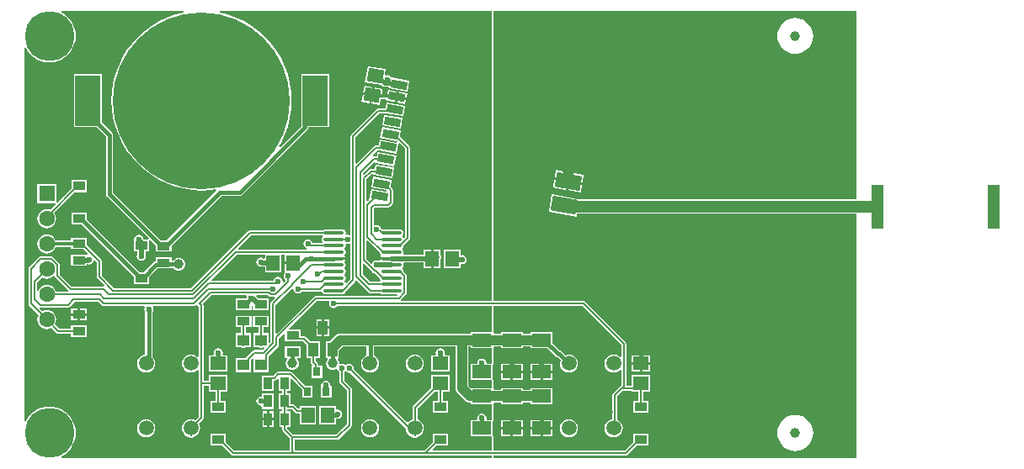
<source format=gtl>
G04*
G04 #@! TF.GenerationSoftware,Altium Limited,Altium Designer,19.0.15 (446)*
G04*
G04 Layer_Physical_Order=1*
G04 Layer_Color=255*
%FSLAX25Y25*%
%MOIN*%
G70*
G01*
G75*
%ADD15C,0.00787*%
%ADD17R,0.03347X0.05118*%
%ADD18R,0.03150X0.03543*%
%ADD19R,0.05118X0.03347*%
%ADD20R,0.06102X0.05315*%
%ADD21R,0.03937X0.05512*%
%ADD22R,0.05315X0.06102*%
%ADD23R,0.04803X0.03602*%
%ADD24R,0.07480X0.05315*%
%ADD25R,0.04921X0.04331*%
G04:AMPARAMS|DCode=26|XSize=62.99mil|YSize=31.5mil|CornerRadius=0mil|HoleSize=0mil|Usage=FLASHONLY|Rotation=350.000|XOffset=0mil|YOffset=0mil|HoleType=Round|Shape=Rectangle|*
%AMROTATEDRECTD26*
4,1,4,-0.03375,-0.01004,-0.02828,0.02098,0.03375,0.01004,0.02828,-0.02098,-0.03375,-0.01004,0.0*
%
%ADD26ROTATEDRECTD26*%

G04:AMPARAMS|DCode=27|XSize=100mil|YSize=59.06mil|CornerRadius=0mil|HoleSize=0mil|Usage=FLASHONLY|Rotation=350.000|XOffset=0mil|YOffset=0mil|HoleType=Round|Shape=Rectangle|*
%AMROTATEDRECTD27*
4,1,4,-0.05437,-0.02040,-0.04411,0.03776,0.05437,0.02040,0.04411,-0.03776,-0.05437,-0.02040,0.0*
%
%ADD27ROTATEDRECTD27*%

%ADD28R,0.05118X0.17717*%
%ADD29O,0.08268X0.01378*%
G04:AMPARAMS|DCode=30|XSize=61.02mil|YSize=53.15mil|CornerRadius=0mil|HoleSize=0mil|Usage=FLASHONLY|Rotation=350.000|XOffset=0mil|YOffset=0mil|HoleType=Round|Shape=Rectangle|*
%AMROTATEDRECTD30*
4,1,4,-0.03466,-0.02087,-0.02543,0.03147,0.03466,0.02087,0.02543,-0.03147,-0.03466,-0.02087,0.0*
%
%ADD30ROTATEDRECTD30*%

%ADD31R,0.09843X0.20079*%
%ADD53C,0.03937*%
%ADD54C,0.70079*%
%ADD55C,0.01575*%
%ADD56C,0.01181*%
%ADD57C,0.01968*%
%ADD58C,0.04724*%
%ADD59C,0.05906*%
%ADD60C,0.06299*%
%ADD61R,0.06299X0.06299*%
%ADD62C,0.03937*%
%ADD63C,0.19685*%
%ADD64C,0.02362*%
%ADD65C,0.03150*%
G36*
X140926Y112686D02*
Y77738D01*
X140587Y77400D01*
X140013Y77533D01*
X139840Y77793D01*
X139755Y77849D01*
Y78450D01*
X139840Y78507D01*
X140123Y78930D01*
X140222Y79429D01*
X140123Y79928D01*
X139840Y80352D01*
X139417Y80634D01*
X138917Y80734D01*
X132027D01*
X131990Y80726D01*
X131599Y81117D01*
X131286Y81326D01*
X131272Y81400D01*
X130880Y81986D01*
X130294Y82377D01*
X129603Y82515D01*
X128911Y82377D01*
X128807Y82307D01*
X128366Y82543D01*
Y89084D01*
X128830Y89548D01*
X134161D01*
X134545Y89624D01*
X134871Y89842D01*
X135757Y90728D01*
X135975Y91054D01*
X136051Y91438D01*
Y96289D01*
X135975Y96673D01*
X135757Y96999D01*
X135142Y97614D01*
X135616Y100302D01*
X128249Y101601D01*
X127497Y97336D01*
X133454Y96286D01*
X133569Y96094D01*
X133258Y95641D01*
X127381Y96677D01*
X126654Y92558D01*
X126072Y91976D01*
X125610Y92167D01*
Y100569D01*
X127625Y102584D01*
X127972Y102572D01*
X128365Y102260D01*
X128365Y102260D01*
X135732Y100961D01*
X136484Y105226D01*
X129117Y106525D01*
X128804Y104747D01*
X127365D01*
X126981Y104671D01*
X126656Y104453D01*
X124550Y102347D01*
X124094Y102528D01*
X124052Y102947D01*
X128522Y107418D01*
X128783Y107408D01*
X129233Y107184D01*
X129233Y107184D01*
X136600Y105886D01*
X137352Y110150D01*
X129985Y111449D01*
X129672Y109671D01*
X128352D01*
X127972Y110099D01*
X127955Y110197D01*
X129736Y111978D01*
X130843D01*
X137468Y110810D01*
X138162Y114743D01*
X138699Y114912D01*
X140926Y112686D01*
D02*
G37*
G36*
X319390Y92861D02*
X209332D01*
X198911Y94699D01*
X197681Y87720D01*
X208692Y85778D01*
X208890Y86905D01*
X319390D01*
Y-9843D01*
X175836D01*
Y-8878D01*
X228287D01*
X228671Y-8801D01*
X228997Y-8584D01*
X232679Y-4902D01*
X237244D01*
Y-118D01*
X231260D01*
Y-3482D01*
X227872Y-6870D01*
X175836D01*
Y-1280D01*
X175649Y-828D01*
X175591Y-803D01*
Y4740D01*
X175649Y4765D01*
X175836Y5217D01*
Y11319D01*
X175767Y11486D01*
X176087Y11986D01*
X178740D01*
Y11319D01*
X187402D01*
Y11986D01*
X190551D01*
Y11319D01*
X199213D01*
Y17815D01*
X190551D01*
Y17148D01*
X187402D01*
Y17815D01*
X178740D01*
Y17148D01*
X176087D01*
X175767Y17648D01*
X175836Y17815D01*
Y21004D01*
X175649Y21456D01*
X175591Y21480D01*
Y27024D01*
X175649Y27048D01*
X175836Y27500D01*
Y33602D01*
X175767Y33769D01*
X176087Y34269D01*
X178740D01*
Y33602D01*
X187402D01*
Y34269D01*
X190551D01*
Y33602D01*
X197226D01*
X200504Y30324D01*
X200960Y30019D01*
X201336Y29944D01*
X202415Y28866D01*
X202257Y28484D01*
X202135Y27559D01*
X202257Y26634D01*
X202614Y25772D01*
X203182Y25032D01*
X203922Y24464D01*
X204784Y24107D01*
X205709Y23985D01*
X206634Y24107D01*
X207496Y24464D01*
X208236Y25032D01*
X208804Y25772D01*
X209161Y26634D01*
X209282Y27559D01*
X209161Y28484D01*
X208804Y29346D01*
X208236Y30086D01*
X207496Y30654D01*
X206634Y31011D01*
X205709Y31133D01*
X204784Y31011D01*
X204402Y30853D01*
X202944Y32311D01*
X202488Y32615D01*
X202112Y32690D01*
X199213Y35589D01*
Y40098D01*
X190551D01*
Y39432D01*
X187402D01*
Y40098D01*
X178740D01*
Y39432D01*
X176087D01*
X175767Y39931D01*
X175836Y40098D01*
Y50302D01*
X211052D01*
X226359Y34995D01*
Y30306D01*
X225859Y30158D01*
X225212Y30654D01*
X224350Y31011D01*
X223425Y31133D01*
X222500Y31011D01*
X221638Y30654D01*
X220898Y30086D01*
X220330Y29346D01*
X219973Y28484D01*
X219851Y27559D01*
X219973Y26634D01*
X220330Y25772D01*
X220898Y25032D01*
X221638Y24464D01*
X222500Y24107D01*
X223425Y23985D01*
X224350Y24107D01*
X225212Y24464D01*
X225859Y24960D01*
X226359Y24812D01*
Y18933D01*
X223208Y15782D01*
X222990Y15457D01*
X222914Y15073D01*
Y5475D01*
X222500Y5421D01*
X221638Y5064D01*
X220898Y4496D01*
X220330Y3755D01*
X219973Y2894D01*
X219851Y1969D01*
X219973Y1044D01*
X220330Y182D01*
X220898Y-559D01*
X221638Y-1127D01*
X222500Y-1484D01*
X223425Y-1605D01*
X224350Y-1484D01*
X225212Y-1127D01*
X225952Y-559D01*
X226520Y182D01*
X226877Y1044D01*
X226999Y1969D01*
X226877Y2894D01*
X226520Y3755D01*
X225952Y4496D01*
X225212Y5064D01*
X224921Y5184D01*
Y14657D01*
X227075Y16811D01*
X230610D01*
Y16437D01*
X233248D01*
Y12776D01*
X231260D01*
Y7992D01*
X237244D01*
Y12776D01*
X235256D01*
Y16437D01*
X237894D01*
Y22933D01*
X230610D01*
Y18819D01*
X228366D01*
Y35410D01*
X228289Y35794D01*
X228072Y36120D01*
X212177Y52015D01*
X211852Y52232D01*
X211468Y52309D01*
X175836D01*
Y167323D01*
X319390D01*
Y92861D01*
D02*
G37*
G36*
X175197Y52309D02*
X139289D01*
X139141Y52610D01*
X139114Y52809D01*
X141300Y54995D01*
X141518Y55321D01*
X141594Y55705D01*
Y62402D01*
X141518Y62786D01*
X141300Y63111D01*
X140193Y64218D01*
X140123Y64574D01*
X139840Y64997D01*
X139755Y65054D01*
Y65655D01*
X139840Y65711D01*
X140123Y66135D01*
X140222Y66634D01*
X140132Y67087D01*
X140143Y67165D01*
X140420Y67587D01*
X148327D01*
Y65551D01*
X151075D01*
Y69193D01*
Y72835D01*
X148327D01*
Y70799D01*
X140420D01*
X140144Y71221D01*
X140132Y71299D01*
X140222Y71752D01*
X140123Y72251D01*
X139840Y72674D01*
X139755Y72731D01*
Y73332D01*
X139840Y73388D01*
X140123Y73812D01*
X140193Y74168D01*
X142639Y76613D01*
X142856Y76939D01*
X142933Y77323D01*
Y113102D01*
X142856Y113486D01*
X142639Y113811D01*
X138693Y117757D01*
X139088Y119999D01*
X131722Y121297D01*
X130970Y117033D01*
X137564Y115870D01*
X137679Y115677D01*
X137368Y115225D01*
X130854Y116373D01*
X130432Y113985D01*
X129320D01*
X128936Y113908D01*
X128610Y113691D01*
X121741Y106822D01*
X121279Y107013D01*
Y117301D01*
X130728Y126750D01*
X133448D01*
X140073Y125582D01*
X140825Y129847D01*
X133458Y131146D01*
X133037Y128757D01*
X130312D01*
X129928Y128680D01*
X129603Y128463D01*
X119566Y118426D01*
X119349Y118101D01*
X119272Y117717D01*
Y78800D01*
X118859Y78544D01*
X118772Y78545D01*
X118110Y78676D01*
X117660Y78587D01*
X117499Y78736D01*
X117306Y79019D01*
X117387Y79429D01*
X117288Y79928D01*
X117005Y80352D01*
X116582Y80634D01*
X116083Y80734D01*
X109193D01*
X108694Y80634D01*
X108392Y80433D01*
X79488D01*
X79105Y80356D01*
X78779Y80139D01*
X55982Y57342D01*
X25729D01*
X20689Y62382D01*
Y68209D01*
X20612Y68593D01*
X20395Y68918D01*
X14961Y74352D01*
Y77461D01*
X8661D01*
Y76283D01*
X2516D01*
X2283Y76847D01*
X1683Y77628D01*
X902Y78228D01*
X-8Y78605D01*
X-984Y78733D01*
X-1961Y78605D01*
X-2871Y78228D01*
X-3652Y77628D01*
X-4251Y76847D01*
X-4628Y75937D01*
X-4757Y74961D01*
X-4628Y73984D01*
X-4251Y73074D01*
X-3652Y72293D01*
X-2871Y71694D01*
X-1961Y71317D01*
X-984Y71188D01*
X-8Y71317D01*
X902Y71694D01*
X1683Y72293D01*
X2283Y73074D01*
X2614Y73874D01*
X8661D01*
Y72933D01*
X13541D01*
X15251Y71223D01*
X15036Y70732D01*
X15023Y70727D01*
X14961Y70768D01*
Y70768D01*
X8661D01*
Y66240D01*
X14961D01*
Y66898D01*
X15559D01*
X15559Y66898D01*
X15624Y66911D01*
X15748Y66887D01*
X16439Y67024D01*
X17025Y67416D01*
X17417Y68002D01*
X17475Y68293D01*
X18017Y68457D01*
X18681Y67793D01*
Y61967D01*
X18758Y61582D01*
X18975Y61257D01*
X21666Y58566D01*
X21547Y58234D01*
X21435Y58090D01*
X8782D01*
X4153Y62719D01*
Y66673D01*
X4077Y67057D01*
X3859Y67383D01*
X1438Y69804D01*
X1112Y70022D01*
X728Y70098D01*
X-3386D01*
X-3770Y70022D01*
X-4095Y69804D01*
X-7993Y65906D01*
X-8211Y65581D01*
X-8287Y65197D01*
Y51260D01*
X-8211Y50876D01*
X-7993Y50550D01*
X-4262Y46820D01*
X-4628Y45937D01*
X-4757Y44961D01*
X-4628Y43984D01*
X-4251Y43074D01*
X-3652Y42293D01*
X-2871Y41694D01*
X-1961Y41317D01*
X-984Y41188D01*
X-8Y41317D01*
X875Y41682D01*
X2912Y39645D01*
X3238Y39427D01*
X3622Y39351D01*
X8543D01*
Y38091D01*
X14842D01*
Y42618D01*
X8543D01*
Y41358D01*
X4038D01*
X2294Y43102D01*
X2660Y43984D01*
X2788Y44961D01*
X2660Y45937D01*
X2283Y46847D01*
X1683Y47628D01*
X902Y48228D01*
X-8Y48605D01*
X-984Y48733D01*
X-1961Y48605D01*
X-2843Y48239D01*
X-4001Y49397D01*
X-4000Y49400D01*
X-3755Y49858D01*
X-3583Y49823D01*
X7333D01*
X7717Y49900D01*
X8042Y50117D01*
X10071Y52146D01*
X19269D01*
X20747Y50668D01*
X21073Y50451D01*
X21457Y50374D01*
X37440D01*
X37696Y49962D01*
X37695Y49874D01*
X37564Y49213D01*
X37701Y48521D01*
X37965Y48126D01*
Y31078D01*
X37461Y31011D01*
X36599Y30654D01*
X35859Y30086D01*
X35291Y29346D01*
X34934Y28484D01*
X34812Y27559D01*
X34934Y26634D01*
X35291Y25772D01*
X35859Y25032D01*
X36599Y24464D01*
X37461Y24107D01*
X38386Y23985D01*
X39311Y24107D01*
X40173Y24464D01*
X40913Y25032D01*
X41481Y25772D01*
X41838Y26634D01*
X41960Y27559D01*
X41838Y28484D01*
X41481Y29346D01*
X40913Y30086D01*
X40775Y30192D01*
Y48126D01*
X41039Y48521D01*
X41176Y49213D01*
X41045Y49874D01*
X41044Y49962D01*
X41300Y50374D01*
X57284D01*
X57667Y50451D01*
X57993Y50668D01*
X58627Y50595D01*
X59036Y50187D01*
Y30306D01*
X58536Y30158D01*
X57889Y30654D01*
X57027Y31011D01*
X56102Y31133D01*
X55177Y31011D01*
X54315Y30654D01*
X53575Y30086D01*
X53007Y29346D01*
X52650Y28484D01*
X52529Y27559D01*
X52650Y26634D01*
X53007Y25772D01*
X53575Y25032D01*
X54315Y24464D01*
X55177Y24107D01*
X56102Y23985D01*
X57027Y24107D01*
X57889Y24464D01*
X58536Y24960D01*
X59036Y24812D01*
Y19685D01*
Y6321D01*
X57811Y5096D01*
X57027Y5421D01*
X56102Y5542D01*
X55177Y5421D01*
X54315Y5064D01*
X53575Y4496D01*
X53007Y3755D01*
X52650Y2894D01*
X52529Y1969D01*
X52650Y1044D01*
X53007Y182D01*
X53575Y-559D01*
X54315Y-1127D01*
X55177Y-1484D01*
X55260Y-1494D01*
X55393Y-1694D01*
X55718Y-1911D01*
X56102Y-1988D01*
X56486Y-1911D01*
X56812Y-1694D01*
X56945Y-1494D01*
X57027Y-1484D01*
X57889Y-1127D01*
X58630Y-559D01*
X59197Y182D01*
X59554Y1044D01*
X59676Y1969D01*
X59554Y2894D01*
X59230Y3677D01*
X60749Y5196D01*
X60966Y5522D01*
X61043Y5906D01*
Y18681D01*
X63287D01*
Y16437D01*
X65926D01*
Y12776D01*
X63937D01*
Y7992D01*
X69921D01*
Y12776D01*
X67933D01*
Y16437D01*
X70571D01*
Y22933D01*
X63287D01*
Y20689D01*
X61043D01*
Y50602D01*
X60966Y50986D01*
X60755Y51304D01*
X64156Y54705D01*
X77877D01*
X78134Y54292D01*
X78133Y54205D01*
X78002Y53543D01*
X77551Y53248D01*
X73706D01*
Y48720D01*
X80005D01*
Y50357D01*
X80505Y50625D01*
X80595Y50564D01*
Y48720D01*
X86895D01*
Y53248D01*
X82866D01*
X81909Y54205D01*
X82116Y54705D01*
X86483D01*
X86976Y54212D01*
X87302Y53994D01*
X87686Y53918D01*
X89125D01*
X89332Y53418D01*
X87873Y51959D01*
X87656Y51633D01*
X87579Y51249D01*
Y36058D01*
X87239Y35778D01*
X86796Y35968D01*
Y39567D01*
X84749D01*
Y42028D01*
X86895D01*
Y46555D01*
X80595D01*
Y42028D01*
X82741D01*
Y39567D01*
X80694D01*
Y34055D01*
X83022D01*
X83035Y34034D01*
X83361Y33817D01*
X83745Y33741D01*
X84129Y33817D01*
X84455Y34034D01*
X84468Y34055D01*
X84935D01*
X85126Y33593D01*
X84426Y32893D01*
X81102D01*
X80718Y32817D01*
X80393Y32599D01*
X78031Y30237D01*
X77813Y29912D01*
X77776Y29724D01*
X73804D01*
Y24213D01*
X79906D01*
Y29196D01*
X80237Y29460D01*
X80694Y29261D01*
Y24213D01*
X86796D01*
Y28643D01*
X86815Y28740D01*
Y30496D01*
X90670Y34350D01*
X90888Y34676D01*
X90964Y35060D01*
Y37492D01*
X92845Y39373D01*
X93307Y39182D01*
Y36516D01*
X97639D01*
X97736Y36496D01*
X100470D01*
X101969Y34998D01*
Y29724D01*
X103524D01*
Y28161D01*
X103600Y27777D01*
X103818Y27452D01*
X104178Y27092D01*
X103971Y26592D01*
X103740D01*
Y21867D01*
X108071D01*
Y26592D01*
X106527D01*
Y27165D01*
X106451Y27549D01*
X106233Y27875D01*
X105531Y28577D01*
Y29724D01*
X107087D01*
Y36417D01*
X103388D01*
X101595Y38210D01*
X101270Y38427D01*
X100886Y38504D01*
X99606D01*
Y41043D01*
X95169D01*
X94977Y41505D01*
X105939Y52467D01*
X110707D01*
X110964Y52054D01*
X110963Y51967D01*
X110831Y51305D01*
X110969Y50614D01*
X111361Y50028D01*
X111946Y49636D01*
X112638Y49499D01*
X113329Y49636D01*
X113915Y50028D01*
X114098Y50302D01*
X175197D01*
Y40098D01*
X166929D01*
Y39432D01*
X115000D01*
X114332Y39344D01*
X113709Y39086D01*
X113175Y38675D01*
X110917Y36417D01*
X109449D01*
Y34026D01*
X109427Y33858D01*
Y33071D01*
X109449Y32903D01*
Y29724D01*
X110043D01*
X110047Y29720D01*
X110257Y29224D01*
X109969Y28850D01*
X109712Y28227D01*
X109624Y27559D01*
X109712Y26891D01*
X109969Y26269D01*
X110380Y25734D01*
X110914Y25324D01*
X111537Y25066D01*
X112205Y24978D01*
X112873Y25066D01*
X113495Y25324D01*
X113570Y25381D01*
X114038Y25205D01*
X114079Y24998D01*
X114471Y24412D01*
X114744Y24229D01*
Y20472D01*
X114821Y20088D01*
X115038Y19763D01*
X117707Y17095D01*
Y3565D01*
X113570Y-571D01*
X96591D01*
X94311Y1709D01*
Y2362D01*
X95571D01*
Y8661D01*
X94311D01*
Y9381D01*
X94390Y9446D01*
X95923D01*
X97417Y7952D01*
X97743Y7734D01*
X98127Y7658D01*
X99114D01*
Y3445D01*
X105610D01*
Y10728D01*
X99114D01*
Y9665D01*
X98543D01*
X97048Y11159D01*
X96723Y11377D01*
X96339Y11453D01*
X95374D01*
Y15765D01*
X94311D01*
Y16569D01*
X95374D01*
Y21271D01*
X95836Y21462D01*
X100000Y17298D01*
Y13993D01*
X104331D01*
Y18718D01*
X101419D01*
X96165Y23971D01*
X95840Y24189D01*
X95456Y24265D01*
X90650D01*
X90266Y24189D01*
X89940Y23971D01*
X88856Y22887D01*
X87697D01*
X87600Y22868D01*
X84153D01*
Y16569D01*
X88681D01*
Y20880D01*
X89272D01*
X89656Y20957D01*
X89981Y21174D01*
X90385Y21577D01*
X90847Y21386D01*
Y16569D01*
X92304D01*
Y15765D01*
X90847D01*
Y9466D01*
X92304D01*
Y8661D01*
X91043D01*
Y2362D01*
X92304D01*
Y1294D01*
X92380Y910D01*
X92598Y584D01*
X95172Y-1991D01*
Y-6870D01*
X73309D01*
X69921Y-3482D01*
Y-118D01*
X63937D01*
Y-4902D01*
X68502D01*
X72184Y-8584D01*
X72510Y-8801D01*
X72894Y-8878D01*
X175197D01*
Y-9843D01*
X4783D01*
X4685Y-9352D01*
X4751Y-9325D01*
X6151Y-8467D01*
X7400Y-7400D01*
X8467Y-6151D01*
X9325Y-4751D01*
X9953Y-3234D01*
X10336Y-1637D01*
X10465Y0D01*
X10336Y1637D01*
X9953Y3234D01*
X9325Y4751D01*
X8467Y6151D01*
X7400Y7400D01*
X6151Y8467D01*
X4751Y9325D01*
X3234Y9953D01*
X1637Y10336D01*
X0Y10465D01*
X-1637Y10336D01*
X-3234Y9953D01*
X-4751Y9325D01*
X-6151Y8467D01*
X-7400Y7400D01*
X-8467Y6151D01*
X-9325Y4751D01*
X-9352Y4685D01*
X-9843Y4783D01*
Y152698D01*
X-9352Y152795D01*
X-9325Y152729D01*
X-8467Y151329D01*
X-7400Y150080D01*
X-6151Y149014D01*
X-4751Y148156D01*
X-3234Y147527D01*
X-1637Y147144D01*
X0Y147015D01*
X1637Y147144D01*
X3234Y147527D01*
X4751Y148156D01*
X6151Y149014D01*
X7400Y150080D01*
X8467Y151329D01*
X9325Y152729D01*
X9953Y154246D01*
X10336Y155843D01*
X10465Y157480D01*
X10336Y159117D01*
X9953Y160714D01*
X9325Y162232D01*
X8467Y163632D01*
X7400Y164880D01*
X6151Y165947D01*
X4751Y166805D01*
X4685Y166832D01*
X4783Y167323D01*
X53061D01*
X53122Y166823D01*
X49944Y166027D01*
X46647Y164847D01*
X43483Y163350D01*
X40480Y161551D01*
X37668Y159465D01*
X35074Y157114D01*
X32723Y154520D01*
X30638Y151709D01*
X28838Y148706D01*
X27341Y145541D01*
X26162Y142245D01*
X25311Y138849D01*
X24798Y135386D01*
X24626Y131890D01*
X24798Y128393D01*
X25311Y124930D01*
X26162Y121535D01*
X27341Y118238D01*
X28838Y115074D01*
X30638Y112071D01*
X32723Y109259D01*
X35074Y106665D01*
X37668Y104314D01*
X40480Y102229D01*
X43483Y100429D01*
X46647Y98932D01*
X49944Y97753D01*
X53339Y96902D01*
X56802Y96389D01*
X60299Y96217D01*
X63795Y96389D01*
X65965Y96710D01*
X66202Y96240D01*
X46438Y76476D01*
X44113D01*
X25286Y95303D01*
Y118189D01*
X25179Y118727D01*
X24875Y119182D01*
X20811Y123247D01*
Y142520D01*
X9787D01*
Y121260D01*
X18824D01*
X22477Y117607D01*
Y94721D01*
X22583Y94183D01*
X22888Y93727D01*
X39364Y77252D01*
X39156Y76752D01*
X39014Y76752D01*
X37496D01*
X37411Y76879D01*
X37195Y77095D01*
X37102Y77561D01*
X36710Y78147D01*
X36124Y78539D01*
X35433Y78676D01*
X34742Y78539D01*
X34156Y78147D01*
X33764Y77561D01*
X33627Y76870D01*
X33530Y76752D01*
X33425D01*
Y71969D01*
X34812D01*
Y70884D01*
X34749Y70789D01*
X34611Y70098D01*
X34749Y69407D01*
X35140Y68821D01*
X35726Y68429D01*
X36417Y68292D01*
X37109Y68429D01*
X37695Y68821D01*
X38086Y69407D01*
X38224Y70098D01*
X38086Y70789D01*
X38023Y70884D01*
Y71969D01*
X39409D01*
Y76352D01*
X39410Y76499D01*
X39909Y76706D01*
X42126Y74489D01*
Y71949D01*
X48425D01*
Y74489D01*
X68003Y94068D01*
X75383D01*
X75921Y94174D01*
X76377Y94479D01*
X102158Y120261D01*
X102463Y120716D01*
X102570Y121254D01*
Y121260D01*
X110811D01*
Y142520D01*
X99787D01*
Y127892D01*
X99760Y127756D01*
Y121836D01*
X91362Y113438D01*
X90965Y113748D01*
X91759Y115074D01*
X93256Y118238D01*
X94436Y121535D01*
X95286Y124930D01*
X95800Y128393D01*
X95972Y131890D01*
X95800Y135386D01*
X95286Y138849D01*
X94436Y142245D01*
X93256Y145541D01*
X91759Y148706D01*
X89960Y151709D01*
X87874Y154520D01*
X85523Y157114D01*
X82929Y159465D01*
X80118Y161551D01*
X77115Y163350D01*
X73950Y164847D01*
X70654Y166027D01*
X67475Y166823D01*
X67537Y167323D01*
X175197D01*
Y52309D01*
D02*
G37*
G36*
X108071Y78261D02*
X108270Y77793D01*
X107988Y77369D01*
X107888Y76870D01*
X107988Y76371D01*
X108270Y75948D01*
X108071Y75480D01*
X107920Y75314D01*
X104098D01*
X104031Y75652D01*
X103639Y76238D01*
X103053Y76630D01*
X102362Y76767D01*
X101671Y76630D01*
X101085Y76238D01*
X100693Y75652D01*
X100556Y74961D01*
X100693Y74269D01*
X101085Y73683D01*
X101671Y73292D01*
X101853Y73255D01*
X101804Y72755D01*
X74887D01*
X74696Y73217D01*
X79904Y78426D01*
X107920D01*
X108071Y78261D01*
D02*
G37*
G36*
X119272Y74940D02*
Y61006D01*
X117753Y59487D01*
X117178Y59620D01*
X117005Y59879D01*
X116921Y59935D01*
Y60537D01*
X117005Y60593D01*
X117288Y61016D01*
X117387Y61516D01*
X117288Y62015D01*
X117005Y62438D01*
X116921Y62495D01*
Y63096D01*
X117005Y63152D01*
X117288Y63576D01*
X117387Y64075D01*
X117288Y64574D01*
X117005Y64997D01*
X116921Y65054D01*
Y65655D01*
X117005Y65711D01*
X117288Y66135D01*
X117387Y66634D01*
X117288Y67133D01*
X117005Y67556D01*
X116921Y67613D01*
Y68214D01*
X117005Y68270D01*
X117287Y68693D01*
X112638D01*
Y69693D01*
X117287D01*
X117005Y70115D01*
X116921Y70172D01*
Y70773D01*
X117005Y70829D01*
X117288Y71253D01*
X117387Y71752D01*
X117288Y72251D01*
X117005Y72674D01*
X116921Y72731D01*
Y73332D01*
X117005Y73388D01*
X117288Y73812D01*
X117387Y74311D01*
X117306Y74721D01*
X117499Y75005D01*
X117660Y75153D01*
X118110Y75064D01*
X118772Y75195D01*
X118859Y75196D01*
X119272Y74940D01*
D02*
G37*
G36*
X93209Y68020D02*
X96457D01*
Y67020D01*
X93209D01*
Y63878D01*
X93209Y63878D01*
X93104Y63421D01*
X92819Y62994D01*
X92682Y62303D01*
X92819Y61612D01*
X93211Y61026D01*
X93485Y60843D01*
Y60346D01*
X92751Y59612D01*
X92290Y59858D01*
X92357Y60197D01*
X92220Y60888D01*
X91829Y61474D01*
X91242Y61866D01*
X90551Y62003D01*
X89860Y61866D01*
X89274Y61474D01*
X88882Y60888D01*
X88757Y60255D01*
X64336D01*
X64145Y60717D01*
X74176Y70748D01*
X85335D01*
Y69332D01*
X84835Y69181D01*
X84436Y69447D01*
X83745Y69584D01*
X83054Y69447D01*
X82468Y69055D01*
X82076Y68469D01*
X81939Y67778D01*
X82076Y67087D01*
X82468Y66501D01*
X83054Y66109D01*
X83376Y66045D01*
X83389Y66036D01*
X84003Y65914D01*
X85335D01*
Y63878D01*
X91831D01*
Y70748D01*
X93209D01*
Y68020D01*
D02*
G37*
G36*
X130751Y71609D02*
X130822Y71253D01*
X131105Y70829D01*
X131189Y70773D01*
Y70172D01*
X131105Y70115D01*
X130823Y69693D01*
X135472D01*
Y68693D01*
X130806D01*
X130801Y68662D01*
X130732Y68557D01*
X130294Y68303D01*
X129603Y68440D01*
X128911Y68303D01*
X128325Y67911D01*
X127951Y67350D01*
X127889Y67288D01*
X127416Y67177D01*
X125610Y68984D01*
Y76097D01*
X126072Y76288D01*
X130751Y71609D01*
D02*
G37*
G36*
X1744Y62272D02*
X2182Y62122D01*
X2222Y61919D01*
X2440Y61594D01*
X7569Y56464D01*
X7486Y56125D01*
X7377Y55964D01*
X2648D01*
X2283Y56847D01*
X1683Y57628D01*
X902Y58228D01*
X-8Y58605D01*
X-984Y58733D01*
X-1961Y58605D01*
X-2871Y58228D01*
X-3652Y57628D01*
X-4251Y56847D01*
X-4402Y56483D01*
X-4902Y56582D01*
Y59624D01*
X-2843Y61682D01*
X-1961Y61317D01*
X-984Y61188D01*
X-8Y61317D01*
X902Y61694D01*
X1658Y62274D01*
X1713Y62277D01*
X1744Y62272D01*
D02*
G37*
G36*
X127996Y63759D02*
X128322Y63541D01*
X128647Y63477D01*
X130751Y61373D01*
X130822Y61016D01*
X131105Y60593D01*
X130905Y60125D01*
X130755Y59960D01*
X127010D01*
X124035Y62936D01*
Y67067D01*
X124497Y67258D01*
X127996Y63759D01*
D02*
G37*
G36*
X126495Y55688D02*
X126821Y55471D01*
X127205Y55394D01*
X131226D01*
X131528Y55192D01*
X132027Y55093D01*
X137440D01*
X137703Y54593D01*
X137622Y54474D01*
X105523D01*
X105139Y54398D01*
X104814Y54180D01*
X90048Y39414D01*
X89586Y39606D01*
Y50833D01*
X96176Y57423D01*
X96637Y57177D01*
X96619Y57087D01*
X96756Y56395D01*
X97148Y55809D01*
X97734Y55418D01*
X98425Y55280D01*
X99116Y55418D01*
X99703Y55809D01*
X99885Y56083D01*
X107323D01*
X107707Y56160D01*
X108058Y55793D01*
X108270Y55475D01*
X108694Y55192D01*
X109193Y55093D01*
X116083D01*
X116582Y55192D01*
X117005Y55475D01*
X117288Y55898D01*
X117359Y56255D01*
X120985Y59881D01*
X121203Y60207D01*
X121214Y60262D01*
X121756Y60427D01*
X126495Y55688D01*
D02*
G37*
G36*
X166929Y33602D02*
X175197D01*
Y27500D01*
X173195D01*
X173066Y27657D01*
X172929Y28349D01*
X172537Y28935D01*
X171951Y29326D01*
X171260Y29464D01*
X170569Y29326D01*
X169983Y28935D01*
X169591Y28349D01*
X169454Y27657D01*
X169324Y27500D01*
X166929D01*
Y21004D01*
X175197D01*
Y17815D01*
X166938D01*
X165967Y18786D01*
Y34269D01*
X166929D01*
Y33602D01*
D02*
G37*
G36*
X160805Y17717D02*
X160893Y17049D01*
X161151Y16426D01*
X161561Y15891D01*
X164710Y12742D01*
X165245Y12332D01*
X165867Y12074D01*
X166535Y11986D01*
X166929D01*
Y11319D01*
X175197D01*
Y5217D01*
X173323D01*
X173006Y5603D01*
X173066Y5906D01*
X172929Y6597D01*
X172537Y7183D01*
X171951Y7574D01*
X171260Y7712D01*
X170569Y7574D01*
X169983Y7183D01*
X169591Y6597D01*
X169454Y5906D01*
X169514Y5603D01*
X169196Y5217D01*
X166929D01*
Y-1280D01*
X175197D01*
Y-6870D01*
X151885D01*
X151694Y-6408D01*
X153201Y-4902D01*
X157766D01*
Y-118D01*
X151781D01*
Y-3482D01*
X148393Y-6870D01*
X97266D01*
X97179Y-6784D01*
Y-2578D01*
X113986D01*
X114370Y-2502D01*
X114695Y-2284D01*
X119420Y2440D01*
X119637Y2766D01*
X119714Y3150D01*
Y17510D01*
X119637Y17894D01*
X119420Y18220D01*
X116752Y20888D01*
Y24229D01*
X116846Y24292D01*
X117433Y24313D01*
X118019Y23922D01*
X118710Y23784D01*
X119033Y23848D01*
X141141Y1740D01*
X141233Y1044D01*
X141590Y182D01*
X142158Y-559D01*
X142898Y-1127D01*
X143760Y-1484D01*
X143842Y-1494D01*
X143975Y-1694D01*
X144301Y-1911D01*
X144685Y-1988D01*
X145069Y-1911D01*
X145395Y-1694D01*
X145528Y-1494D01*
X145610Y-1484D01*
X146472Y-1127D01*
X147212Y-559D01*
X147780Y182D01*
X148137Y1044D01*
X148259Y1969D01*
X148137Y2894D01*
X147780Y3755D01*
X147212Y4496D01*
X146472Y5064D01*
X145689Y5388D01*
Y9574D01*
X152551Y16437D01*
X153770D01*
Y12776D01*
X151781D01*
Y7992D01*
X157766D01*
Y12776D01*
X155777D01*
Y16437D01*
X158415D01*
Y22933D01*
X151132D01*
Y17856D01*
X143975Y10700D01*
X143758Y10374D01*
X143682Y9990D01*
Y5388D01*
X142898Y5064D01*
X142158Y4496D01*
X141983Y4268D01*
X141484Y4236D01*
X120452Y25268D01*
X120517Y25591D01*
X120379Y26282D01*
X119988Y26868D01*
X119402Y27259D01*
X118710Y27397D01*
X118019Y27259D01*
X117612Y26988D01*
X117025Y26966D01*
X116439Y27358D01*
X115748Y27495D01*
X115269Y27400D01*
X115151Y27439D01*
X114820Y27679D01*
X114759Y27760D01*
X114698Y28227D01*
X114440Y28850D01*
X114153Y29224D01*
X114365Y29724D01*
X114567D01*
Y32767D01*
X116069Y34269D01*
X125603D01*
Y30829D01*
X125182Y30654D01*
X124441Y30086D01*
X123873Y29346D01*
X123516Y28484D01*
X123395Y27559D01*
X123516Y26634D01*
X123873Y25772D01*
X124441Y25032D01*
X125182Y24464D01*
X126043Y24107D01*
X126969Y23985D01*
X127893Y24107D01*
X128755Y24464D01*
X129496Y25032D01*
X130064Y25772D01*
X130421Y26634D01*
X130542Y27559D01*
X130421Y28484D01*
X130064Y29346D01*
X129496Y30086D01*
X128755Y30654D01*
X128413Y30796D01*
Y34269D01*
X160805D01*
Y17717D01*
D02*
G37*
%LPC*%
G36*
X295276Y164601D02*
X293886Y164464D01*
X292550Y164059D01*
X291319Y163401D01*
X290240Y162516D01*
X289355Y161436D01*
X288697Y160205D01*
X288292Y158870D01*
X288155Y157480D01*
X288292Y156091D01*
X288697Y154755D01*
X289355Y153524D01*
X290240Y152445D01*
X291319Y151559D01*
X292550Y150901D01*
X293886Y150496D01*
X295276Y150359D01*
X296665Y150496D01*
X298001Y150901D01*
X299232Y151559D01*
X300311Y152445D01*
X301196Y153524D01*
X301854Y154755D01*
X302260Y156091D01*
X302396Y157480D01*
X302260Y158870D01*
X301854Y160205D01*
X301196Y161436D01*
X300311Y162516D01*
X299232Y163401D01*
X298001Y164059D01*
X296665Y164464D01*
X295276Y164601D01*
D02*
G37*
G36*
X200613Y104353D02*
X200085Y101356D01*
X205098Y100472D01*
X205627Y103469D01*
X200613Y104353D01*
D02*
G37*
G36*
X206611Y103295D02*
X206083Y100298D01*
X211096Y99414D01*
X211625Y102411D01*
X206611Y103295D01*
D02*
G37*
G36*
X199911Y100371D02*
X199383Y97374D01*
X204396Y96490D01*
X204925Y99487D01*
X199911Y100371D01*
D02*
G37*
G36*
X205909Y99313D02*
X205381Y96316D01*
X210394Y95432D01*
X210923Y98429D01*
X205909Y99313D01*
D02*
G37*
G36*
X237894Y30807D02*
X234752D01*
Y28059D01*
X237894D01*
Y30807D01*
D02*
G37*
G36*
X233752D02*
X230610D01*
Y28059D01*
X233752D01*
Y30807D01*
D02*
G37*
G36*
X187402Y27500D02*
X183571D01*
Y24752D01*
X187402D01*
Y27500D01*
D02*
G37*
G36*
X199213D02*
X195382D01*
Y24752D01*
X199213D01*
Y27500D01*
D02*
G37*
G36*
X194382D02*
X190551D01*
Y24752D01*
X194382D01*
Y27500D01*
D02*
G37*
G36*
X182571D02*
X178740D01*
Y24752D01*
X182571D01*
Y27500D01*
D02*
G37*
G36*
X237894Y27059D02*
X234752D01*
Y24311D01*
X237894D01*
Y27059D01*
D02*
G37*
G36*
X233752D02*
X230610D01*
Y24311D01*
X233752D01*
Y27059D01*
D02*
G37*
G36*
X199213Y23752D02*
X195382D01*
Y21004D01*
X199213D01*
Y23752D01*
D02*
G37*
G36*
X194382D02*
X190551D01*
Y21004D01*
X194382D01*
Y23752D01*
D02*
G37*
G36*
X187402D02*
X183571D01*
Y21004D01*
X187402D01*
Y23752D01*
D02*
G37*
G36*
X182571D02*
X178740D01*
Y21004D01*
X182571D01*
Y23752D01*
D02*
G37*
G36*
X187402Y5217D02*
X183571D01*
Y2468D01*
X187402D01*
Y5217D01*
D02*
G37*
G36*
X199213D02*
X195382D01*
Y2468D01*
X199213D01*
Y5217D01*
D02*
G37*
G36*
X194382D02*
X190551D01*
Y2468D01*
X194382D01*
Y5217D01*
D02*
G37*
G36*
X182571D02*
X178740D01*
Y2468D01*
X182571D01*
Y5217D01*
D02*
G37*
G36*
X199213Y1469D02*
X195382D01*
Y-1280D01*
X199213D01*
Y1469D01*
D02*
G37*
G36*
X194382D02*
X190551D01*
Y-1280D01*
X194382D01*
Y1469D01*
D02*
G37*
G36*
X187402D02*
X183571D01*
Y-1280D01*
X187402D01*
Y1469D01*
D02*
G37*
G36*
X182571D02*
X178740D01*
Y-1280D01*
X182571D01*
Y1469D01*
D02*
G37*
G36*
X205709Y5542D02*
X204784Y5421D01*
X203922Y5064D01*
X203182Y4496D01*
X202614Y3755D01*
X202257Y2894D01*
X202135Y1969D01*
X202257Y1044D01*
X202614Y182D01*
X203182Y-559D01*
X203922Y-1127D01*
X204784Y-1484D01*
X205709Y-1605D01*
X206634Y-1484D01*
X207496Y-1127D01*
X208236Y-559D01*
X208804Y182D01*
X209161Y1044D01*
X209282Y1969D01*
X209161Y2894D01*
X208804Y3755D01*
X208236Y4496D01*
X207496Y5064D01*
X206634Y5421D01*
X205709Y5542D01*
D02*
G37*
G36*
X295276Y7121D02*
X293886Y6984D01*
X292550Y6579D01*
X291319Y5921D01*
X290240Y5035D01*
X289355Y3956D01*
X288697Y2725D01*
X288292Y1389D01*
X288155Y0D01*
X288292Y-1389D01*
X288697Y-2725D01*
X289355Y-3956D01*
X290240Y-5035D01*
X291319Y-5921D01*
X292550Y-6579D01*
X293886Y-6984D01*
X295276Y-7121D01*
X296665Y-6984D01*
X298001Y-6579D01*
X299232Y-5921D01*
X300311Y-5035D01*
X301196Y-3956D01*
X301854Y-2725D01*
X302260Y-1389D01*
X302396Y0D01*
X302260Y1389D01*
X301854Y2725D01*
X301196Y3956D01*
X300311Y5035D01*
X299232Y5921D01*
X298001Y6579D01*
X296665Y6984D01*
X295276Y7121D01*
D02*
G37*
G36*
X126075Y145503D02*
X124947Y139106D01*
X131638Y137926D01*
X131771Y137793D01*
X132227Y137488D01*
X132765Y137382D01*
X133858D01*
X134010Y137412D01*
X134161Y137382D01*
X134169D01*
X134490Y136998D01*
X134443Y136729D01*
X141809Y135430D01*
X142561Y139695D01*
X135462Y140946D01*
X135136Y141435D01*
X134549Y141826D01*
X133858Y141964D01*
X133336Y141860D01*
X132888Y142195D01*
X133248Y144239D01*
X126075Y145503D01*
D02*
G37*
G36*
X124708Y137749D02*
X124231Y135043D01*
X127325Y134497D01*
X127802Y137204D01*
X124708Y137749D01*
D02*
G37*
G36*
X138502Y135333D02*
X138213Y133693D01*
X141404Y133131D01*
X141693Y134771D01*
X138502Y135333D01*
D02*
G37*
G36*
X128787Y137030D02*
X128223Y133831D01*
X127659Y130633D01*
X130753Y130087D01*
X131153Y132357D01*
X132411D01*
X132411Y132357D01*
X132544Y132383D01*
X132677Y132357D01*
X133283D01*
X133604Y131974D01*
X133574Y131805D01*
X136766Y131242D01*
X137142Y133374D01*
X137517Y135507D01*
X134327Y136070D01*
X134206Y135384D01*
X133678Y135273D01*
X133529Y135497D01*
X133138Y135758D01*
X132677Y135850D01*
X132262Y135767D01*
X132060Y135886D01*
X131811Y136089D01*
X131881Y136484D01*
X128787Y137030D01*
D02*
G37*
G36*
X124057Y134058D02*
X123580Y131352D01*
X126674Y130806D01*
X127151Y133512D01*
X124057Y134058D01*
D02*
G37*
G36*
X138040Y132708D02*
X137750Y131068D01*
X140941Y130506D01*
X141230Y132146D01*
X138040Y132708D01*
D02*
G37*
G36*
X132590Y126222D02*
X131838Y121957D01*
X139205Y120658D01*
X139957Y124923D01*
X132590Y126222D01*
D02*
G37*
G36*
X14803Y100285D02*
X8819D01*
Y96921D01*
X3256Y91358D01*
X2756Y91565D01*
Y98701D01*
X-4724D01*
Y91220D01*
X2411D01*
X2618Y90720D01*
X353Y88455D01*
X-8Y88604D01*
X-984Y88733D01*
X-1961Y88604D01*
X-2871Y88228D01*
X-3652Y87628D01*
X-4251Y86847D01*
X-4628Y85937D01*
X-4757Y84961D01*
X-4628Y83984D01*
X-4251Y83074D01*
X-3652Y82293D01*
X-2871Y81694D01*
X-1961Y81317D01*
X-984Y81188D01*
X-8Y81317D01*
X902Y81694D01*
X1683Y82293D01*
X2283Y83074D01*
X2660Y83984D01*
X2788Y84961D01*
X2660Y85937D01*
X2283Y86847D01*
X1979Y87243D01*
X10238Y95502D01*
X14803D01*
Y100285D01*
D02*
G37*
G36*
X162697Y72835D02*
X156201D01*
Y65551D01*
X162697D01*
Y66694D01*
X163083Y67012D01*
X163386Y66952D01*
X164077Y67089D01*
X164663Y67481D01*
X165055Y68067D01*
X165192Y68758D01*
X165055Y69449D01*
X164663Y70035D01*
X164077Y70427D01*
X163386Y70564D01*
X163083Y70504D01*
X162697Y70821D01*
Y72835D01*
D02*
G37*
G36*
X154823D02*
X152075D01*
Y69193D01*
Y65551D01*
X154823D01*
Y68962D01*
X155027Y69267D01*
X155149Y69882D01*
X155027Y70496D01*
X154823Y70802D01*
Y72835D01*
D02*
G37*
G36*
X14803Y87392D02*
X8819D01*
Y82608D01*
X12816D01*
X33425Y61999D01*
Y59075D01*
X39409D01*
Y61871D01*
X42767Y65229D01*
X44390D01*
X44526Y65256D01*
X48425D01*
Y65524D01*
X49034D01*
X49356Y65104D01*
X49891Y64694D01*
X50513Y64436D01*
X51181Y64348D01*
X51849Y64436D01*
X52472Y64694D01*
X53006Y65104D01*
X53416Y65639D01*
X53674Y66261D01*
X53762Y66929D01*
X53674Y67597D01*
X53416Y68220D01*
X53006Y68754D01*
X52472Y69164D01*
X51849Y69422D01*
X51181Y69510D01*
X50513Y69422D01*
X49891Y69164D01*
X49356Y68754D01*
X49034Y68334D01*
X48425D01*
Y69784D01*
X42126D01*
Y68027D01*
X41647Y67932D01*
X41192Y67627D01*
X37423Y63858D01*
X35540D01*
X14803Y84595D01*
Y87392D01*
D02*
G37*
G36*
X14842Y49311D02*
X12193D01*
Y47547D01*
X14842D01*
Y49311D01*
D02*
G37*
G36*
X11193D02*
X8543D01*
Y47547D01*
X11193D01*
Y49311D01*
D02*
G37*
G36*
X14842Y46547D02*
X12193D01*
Y44783D01*
X14842D01*
Y46547D01*
D02*
G37*
G36*
X11193D02*
X8543D01*
Y44783D01*
X11193D01*
Y46547D01*
D02*
G37*
G36*
X110827Y45079D02*
X108768D01*
Y42232D01*
X110827D01*
Y45079D01*
D02*
G37*
G36*
X107768D02*
X105709D01*
Y42232D01*
X107768D01*
Y45079D01*
D02*
G37*
G36*
X110827Y41232D02*
X108768D01*
Y38386D01*
X110827D01*
Y41232D01*
D02*
G37*
G36*
X107768D02*
X105709D01*
Y38386D01*
X107768D01*
Y41232D01*
D02*
G37*
G36*
X80005Y46555D02*
X73706D01*
Y42028D01*
X75852D01*
Y39567D01*
X73804D01*
Y34055D01*
X76132D01*
X76146Y34034D01*
X76471Y33817D01*
X76855Y33741D01*
X77239Y33817D01*
X77565Y34034D01*
X77579Y34055D01*
X79906D01*
Y39567D01*
X77859D01*
Y42028D01*
X80005D01*
Y46555D01*
D02*
G37*
G36*
X99606Y34350D02*
X93307D01*
Y29823D01*
X94101D01*
X94246Y29568D01*
X94303Y29323D01*
X93940Y28850D01*
X93682Y28227D01*
X93594Y27559D01*
X93682Y26891D01*
X93940Y26269D01*
X94350Y25734D01*
X94885Y25324D01*
X95508Y25066D01*
X96176Y24978D01*
X96844Y25066D01*
X97466Y25324D01*
X98001Y25734D01*
X98411Y26269D01*
X98669Y26891D01*
X98757Y27559D01*
X98669Y28227D01*
X98411Y28850D01*
X98048Y29323D01*
X98105Y29568D01*
X98250Y29823D01*
X99606D01*
Y34350D01*
D02*
G37*
G36*
X66929Y33612D02*
X66238Y33474D01*
X65652Y33083D01*
X65260Y32497D01*
X65123Y31806D01*
X65222Y31307D01*
X64910Y30807D01*
X63287D01*
Y24311D01*
X70571D01*
Y30807D01*
X68948D01*
X68636Y31307D01*
X68735Y31806D01*
X68598Y32497D01*
X68206Y33083D01*
X67620Y33474D01*
X66929Y33612D01*
D02*
G37*
G36*
X109449Y20704D02*
X108758Y20567D01*
X108171Y20175D01*
X107780Y19589D01*
X107642Y18898D01*
X107495Y18718D01*
X107480D01*
Y13993D01*
X111811D01*
Y18718D01*
X111403D01*
X111255Y18898D01*
X111118Y19589D01*
X110726Y20175D01*
X110140Y20567D01*
X109449Y20704D01*
D02*
G37*
G36*
X88681Y15765D02*
X84153D01*
Y14712D01*
X83799Y14422D01*
X83108Y14284D01*
X82522Y13892D01*
X82130Y13306D01*
X81993Y12615D01*
X82130Y11924D01*
X82522Y11338D01*
X83108Y10946D01*
X83799Y10809D01*
X84153Y10518D01*
Y9466D01*
X88681D01*
Y15765D01*
D02*
G37*
G36*
X88878Y8661D02*
X87114D01*
Y6012D01*
X88878D01*
Y8661D01*
D02*
G37*
G36*
X86114D02*
X84350D01*
Y6012D01*
X86114D01*
Y8661D01*
D02*
G37*
G36*
X113484Y10728D02*
X106988D01*
Y3445D01*
X113484D01*
Y5682D01*
X113779D01*
X113957Y5717D01*
X114173Y5674D01*
X114865Y5812D01*
X115451Y6203D01*
X115842Y6789D01*
X115980Y7480D01*
X115842Y8172D01*
X115451Y8758D01*
X114865Y9149D01*
X114173Y9287D01*
X113871Y9227D01*
X113484Y9544D01*
Y10728D01*
D02*
G37*
G36*
X88878Y5012D02*
X87114D01*
Y2362D01*
X88878D01*
Y5012D01*
D02*
G37*
G36*
X86114D02*
X84350D01*
Y2362D01*
X86114D01*
Y5012D01*
D02*
G37*
G36*
X38386Y5542D02*
X37461Y5421D01*
X36599Y5064D01*
X35859Y4496D01*
X35291Y3755D01*
X34934Y2894D01*
X34812Y1969D01*
X34934Y1044D01*
X35291Y182D01*
X35859Y-559D01*
X36599Y-1127D01*
X37461Y-1484D01*
X38386Y-1605D01*
X39311Y-1484D01*
X40173Y-1127D01*
X40913Y-559D01*
X41481Y182D01*
X41838Y1044D01*
X41960Y1969D01*
X41838Y2894D01*
X41481Y3755D01*
X40913Y4496D01*
X40173Y5064D01*
X39311Y5421D01*
X38386Y5542D01*
D02*
G37*
G36*
X154774Y33612D02*
X154082Y33474D01*
X153496Y33083D01*
X153105Y32497D01*
X152967Y31806D01*
X153066Y31307D01*
X152754Y30807D01*
X151132D01*
Y24311D01*
X158415D01*
Y30807D01*
X156793D01*
X156481Y31307D01*
X156580Y31806D01*
X156442Y32497D01*
X156051Y33083D01*
X155465Y33474D01*
X154774Y33612D01*
D02*
G37*
G36*
X144685Y31133D02*
X143760Y31011D01*
X142898Y30654D01*
X142158Y30086D01*
X141590Y29346D01*
X141233Y28484D01*
X141111Y27559D01*
X141233Y26634D01*
X141590Y25772D01*
X142158Y25032D01*
X142898Y24464D01*
X143760Y24107D01*
X144685Y23985D01*
X145610Y24107D01*
X146472Y24464D01*
X147212Y25032D01*
X147780Y25772D01*
X148137Y26634D01*
X148259Y27559D01*
X148137Y28484D01*
X147780Y29346D01*
X147212Y30086D01*
X146472Y30654D01*
X145610Y31011D01*
X144685Y31133D01*
D02*
G37*
G36*
X126969Y5542D02*
X126043Y5421D01*
X125182Y5064D01*
X124441Y4496D01*
X123873Y3755D01*
X123516Y2894D01*
X123395Y1969D01*
X123516Y1044D01*
X123873Y182D01*
X124441Y-559D01*
X125182Y-1127D01*
X126043Y-1484D01*
X126969Y-1605D01*
X127893Y-1484D01*
X128755Y-1127D01*
X129496Y-559D01*
X130064Y182D01*
X130421Y1044D01*
X130542Y1969D01*
X130421Y2894D01*
X130064Y3755D01*
X129496Y4496D01*
X128755Y5064D01*
X127893Y5421D01*
X126969Y5542D01*
D02*
G37*
%LPD*%
D15*
X130312Y127753D02*
X136155D01*
X120276Y117717D02*
X130312Y127753D01*
X136155D02*
X136766Y128364D01*
X104528Y28161D02*
Y33071D01*
Y28161D02*
X105523Y27165D01*
Y24611D02*
Y27165D01*
Y24611D02*
X105905Y24229D01*
X93307Y12615D02*
Y19522D01*
Y5512D02*
Y11532D01*
X94390Y10450D01*
X93110Y11729D02*
X93307Y11532D01*
X96339Y10450D02*
X98127Y8661D01*
X94390Y10450D02*
X96339D01*
X93110Y11729D02*
Y12615D01*
X98127Y8661D02*
X100787D01*
X102362Y7087D01*
X90650Y23262D02*
X95456D01*
X89272Y21884D02*
X90650Y23262D01*
X87697Y21884D02*
X89272D01*
X86417Y20604D02*
X87697Y21884D01*
X86417Y19718D02*
Y20604D01*
X95456Y23262D02*
X101207Y17510D01*
X101575D01*
X102165Y16920D01*
Y16355D02*
Y16920D01*
X93110Y19718D02*
X93307Y19522D01*
X96176Y-7199D02*
X96850Y-7874D01*
X148809D01*
X72894D02*
X96850D01*
X96176Y-7199D02*
Y-1575D01*
X93307Y1294D02*
X96176Y-1575D01*
X93307Y1294D02*
Y5512D01*
X96176Y-1575D02*
X113986D01*
X226659Y17815D02*
X227362Y18518D01*
Y35410D01*
X211468Y51305D02*
X227362Y35410D01*
X60039Y19685D02*
X66929D01*
X60039D02*
Y50602D01*
Y5906D02*
Y19685D01*
X56102Y-984D02*
Y1969D01*
X59337Y51305D02*
X60039Y50602D01*
X56102Y1969D02*
X60039Y5906D01*
X57284Y51378D02*
X62992Y57087D01*
X21457Y51378D02*
X57284D01*
X57303Y53347D02*
X63209Y59252D01*
X21654Y53347D02*
X57303D01*
X56969Y54961D02*
X73760Y71752D01*
X23622Y54961D02*
X56969D01*
X56398Y56339D02*
X79488Y79429D01*
X25313Y56339D02*
X56398D01*
X63209Y59252D02*
X89606D01*
X62992Y57087D02*
X88583D01*
X73760Y71752D02*
X112638D01*
X79488Y79429D02*
X112638D01*
X223917Y-492D02*
Y15073D01*
X19685Y53150D02*
X21457Y51378D01*
X89961Y37908D02*
X105523Y53470D01*
X138356D01*
X89961Y35060D02*
Y37908D01*
X125984Y77795D02*
Y90469D01*
Y77795D02*
X132028Y71752D01*
X135472D01*
X102788Y74961D02*
X103438Y74311D01*
X102362Y74961D02*
X102788D01*
X103438Y74311D02*
X112638D01*
X103768Y69193D02*
X104331D01*
X130889Y80407D02*
X131868Y79429D01*
X135472D01*
X124606Y68568D02*
Y100984D01*
Y68568D02*
X128706Y64468D01*
X129075D01*
X132028Y61516D01*
X135472D01*
X120276Y60590D02*
Y117717D01*
X116083Y56398D02*
X120276Y60590D01*
X121653Y61949D02*
Y105315D01*
X129320Y112981D01*
X121653Y61949D02*
X127205Y56398D01*
X123031Y62520D02*
Y103347D01*
X128352Y108667D01*
X123031Y62520D02*
X126595Y58957D01*
X124606Y100984D02*
X127365Y103743D01*
X112638Y76870D02*
X118110D01*
X127362Y78918D02*
X129411Y76870D01*
X127362Y78918D02*
Y89499D01*
X129411Y76870D02*
X135472D01*
X115748Y20472D02*
Y25689D01*
Y20472D02*
X118710Y17510D01*
Y3150D02*
Y17510D01*
X113986Y-1575D02*
X118710Y3150D01*
X148809Y-7874D02*
X228287D01*
X148809D02*
X154173Y-2510D01*
X154774D01*
X228287Y-7874D02*
X233652Y-2510D01*
X234252D01*
X67529D02*
X72894Y-7874D01*
X66929Y-2510D02*
X67529D01*
X66929Y10384D02*
Y19685D01*
X154774Y10384D02*
Y19685D01*
X144685Y-384D02*
Y9990D01*
Y-984D02*
Y-384D01*
Y9990D02*
X154380Y19685D01*
X234055Y19488D02*
X234252Y19291D01*
X234055Y19488D02*
X234252Y19685D01*
X232382Y17815D02*
X234055Y19488D01*
X226659Y17815D02*
X232382D01*
X234252Y10384D02*
Y19291D01*
X223917Y15073D02*
X226659Y17815D01*
X112638Y51305D02*
X211468D01*
X140591Y55705D02*
Y62402D01*
X138917Y64075D02*
X140591Y62402D01*
X135472Y64075D02*
X138917D01*
X118710Y25591D02*
X144685Y-384D01*
X138356Y53470D02*
X140591Y55705D01*
X104528Y33071D02*
Y33858D01*
X100886Y37500D02*
X104528Y33858D01*
X97736Y37500D02*
X100886D01*
X96457Y38780D02*
X97736Y37500D01*
X93110Y12615D02*
X93110Y12615D01*
X87686Y54921D02*
X89480D01*
X94488Y59930D01*
Y62303D01*
X59337Y51305D02*
X63740Y55709D01*
X11693Y75079D02*
X12815D01*
X89606Y59252D02*
X90551Y60197D01*
X86898Y55709D02*
X87686Y54921D01*
X63740Y55709D02*
X86898D01*
X88583Y51249D02*
X96176Y58842D01*
Y59041D01*
X88583Y35631D02*
Y51249D01*
X103768Y66634D02*
X112638D01*
X96176Y59041D02*
X103768Y66634D01*
X100394Y60197D02*
X107867D01*
X85812Y30911D02*
X89961Y35060D01*
X85812Y28740D02*
Y30911D01*
X84040Y26969D02*
X85812Y28740D01*
X83745Y26969D02*
X84040D01*
X78740Y28740D02*
Y29528D01*
X76968Y26969D02*
X78740Y28740D01*
X76855Y26969D02*
X76968D01*
X78740Y29528D02*
X81102Y31890D01*
X84842D01*
X88583Y35631D01*
X15299Y131890D02*
Y137835D01*
X3622Y40354D02*
X11693D01*
X-984Y44961D02*
X3622Y40354D01*
X-984Y84961D02*
Y85699D01*
X11211Y97894D01*
X11811D01*
X21496Y57087D02*
X23622Y54961D01*
X19685Y61967D02*
X25313Y56339D01*
X19685Y61967D02*
Y68209D01*
X12815Y75079D02*
X19685Y68209D01*
X-7283Y51260D02*
Y65197D01*
Y51260D02*
X-984Y44961D01*
X-7283Y65197D02*
X-3386Y69095D01*
X728D01*
X3150Y66673D01*
Y62303D02*
Y66673D01*
Y62303D02*
X8366Y57087D01*
X21496D01*
X107867Y60197D02*
X109186Y61516D01*
X112638D01*
X98425Y57087D02*
X107323D01*
X109193Y58957D01*
X-5906Y53150D02*
Y60039D01*
X-984Y64961D01*
X-5906Y53150D02*
X-3583Y50827D01*
X7333D01*
X9656Y53150D01*
X19685D01*
X109193Y58957D02*
X112638D01*
X20039Y54961D02*
X21654Y53347D01*
X-984Y54961D02*
X20039D01*
X106299Y62992D02*
X106725D01*
X107695Y63962D01*
X112525D01*
X112638Y64075D01*
X83745Y34744D02*
Y44291D01*
X76855Y34744D02*
Y44291D01*
X112638Y56398D02*
X116083D01*
X135472Y74311D02*
X138917D01*
X141929Y77323D01*
Y113102D01*
X136515Y118516D02*
X141929Y113102D01*
X135029Y118516D02*
X136515D01*
X127205Y56398D02*
X135472D01*
X129320Y112981D02*
X133551D01*
X134161Y113592D01*
X128352Y108667D02*
X133293D01*
X126595Y58957D02*
X135472D01*
X127365Y103743D02*
X132424D01*
X127362Y89499D02*
X128414Y90551D01*
X134161D01*
X135047Y91438D01*
Y96289D01*
X132517Y98819D02*
X135047Y96289D01*
X131556Y98819D02*
X132517D01*
X125984Y90469D02*
X129411Y93895D01*
X130688D01*
D17*
X86417Y19718D02*
D03*
X93110D02*
D03*
X93307Y5512D02*
D03*
X86614D02*
D03*
X86417Y12615D02*
D03*
X93110D02*
D03*
D18*
X102165Y16355D02*
D03*
X109646D02*
D03*
X105905Y24229D02*
D03*
D19*
X96457Y38780D02*
D03*
Y32087D02*
D03*
X11693Y40354D02*
D03*
Y47047D02*
D03*
X11811Y75197D02*
D03*
Y68504D02*
D03*
X45276Y67520D02*
D03*
Y74213D02*
D03*
X83745Y50984D02*
D03*
Y44291D02*
D03*
X76855D02*
D03*
Y50984D02*
D03*
D20*
X234252Y27559D02*
D03*
Y19685D02*
D03*
X154774Y27559D02*
D03*
Y19685D02*
D03*
X66929Y27559D02*
D03*
Y19685D02*
D03*
D21*
X104528Y33071D02*
D03*
X112008D02*
D03*
X108268Y41732D02*
D03*
D22*
X110236Y7087D02*
D03*
X102362D02*
D03*
X159449Y69193D02*
D03*
X151575D02*
D03*
X88583Y67520D02*
D03*
X96457D02*
D03*
D23*
X66929Y10384D02*
D03*
Y-2510D02*
D03*
X154774Y10384D02*
D03*
Y-2510D02*
D03*
X234252Y10384D02*
D03*
Y-2510D02*
D03*
X11811Y97894D02*
D03*
Y85000D02*
D03*
X36417Y61466D02*
D03*
Y74360D02*
D03*
D24*
X171260Y1969D02*
D03*
Y14567D02*
D03*
Y24252D02*
D03*
Y36850D02*
D03*
X194882Y24252D02*
D03*
Y36850D02*
D03*
X183071Y24252D02*
D03*
Y36850D02*
D03*
X194882Y1969D02*
D03*
Y14567D02*
D03*
X183071Y1969D02*
D03*
Y14567D02*
D03*
D25*
X83745Y36811D02*
D03*
Y26969D02*
D03*
X76855Y36811D02*
D03*
Y26969D02*
D03*
D26*
X138502Y138212D02*
D03*
X137634Y133288D02*
D03*
X136766Y128364D02*
D03*
X135897Y123440D02*
D03*
X135029Y118516D02*
D03*
X134161Y113592D02*
D03*
X133293Y108667D02*
D03*
X132424Y103743D02*
D03*
X131556Y98819D02*
D03*
X130688Y93895D02*
D03*
D27*
X203801Y90238D02*
D03*
X205504Y99892D02*
D03*
D28*
X327756Y89686D02*
D03*
X373819D02*
D03*
D29*
X112638Y79429D02*
D03*
Y76870D02*
D03*
Y74311D02*
D03*
Y71752D02*
D03*
Y69193D02*
D03*
Y66634D02*
D03*
Y64075D02*
D03*
Y61516D02*
D03*
Y58957D02*
D03*
Y56398D02*
D03*
X135472Y79429D02*
D03*
Y76870D02*
D03*
Y74311D02*
D03*
Y71752D02*
D03*
Y69193D02*
D03*
Y66634D02*
D03*
Y64075D02*
D03*
Y61516D02*
D03*
Y58957D02*
D03*
Y56398D02*
D03*
D30*
X129098Y141673D02*
D03*
X127730Y133918D02*
D03*
D31*
X15299Y131890D02*
D03*
X105299D02*
D03*
D53*
X205504Y102559D02*
G03*
X203740Y106816I-6021J0D01*
G01*
X127008Y36850D02*
X163386D01*
X115000D02*
X127008D01*
X163386Y17717D02*
Y36850D01*
X171260Y14567D02*
X183071D01*
X166535D02*
X171260D01*
X163386Y17717D02*
X166535Y14567D01*
X183071D02*
X194882D01*
X163386Y36850D02*
X171260D01*
X183071D02*
X194882D01*
X171260D02*
X183071D01*
X112008Y33071D02*
Y33858D01*
X115000Y36850D01*
X205504Y99892D02*
Y102559D01*
Y99444D02*
Y99892D01*
X201772Y106816D02*
X203740D01*
D54*
X60299Y131890D02*
D03*
D55*
X134161Y138786D02*
X137927D01*
X132765D02*
X133858D01*
X129879Y141673D02*
X132765Y138786D01*
X134009Y138938D02*
X134161Y138786D01*
X134009Y138938D02*
Y140007D01*
X133858Y140157D02*
X134009Y140007D01*
X137927Y138786D02*
X138502Y138212D01*
X129098Y141673D02*
X129879D01*
X38386Y28740D02*
X38395D01*
X39370Y29724D02*
Y49213D01*
X39215Y29569D02*
X39370Y29724D01*
X39215Y29560D02*
Y29569D01*
X38395Y28740D02*
X39215Y29560D01*
X109449Y18898D02*
X109646Y18701D01*
Y16355D02*
Y18701D01*
X195965Y36850D02*
X201498Y31317D01*
X201950D01*
X194882Y36850D02*
X195965D01*
X201950Y31317D02*
X205709Y27559D01*
X35817Y61466D02*
X36417D01*
X34803Y62480D02*
X35817Y61466D01*
X34803Y62480D02*
Y62608D01*
X12411Y85000D02*
X34803Y62608D01*
X11811Y85000D02*
X12411D01*
X127008Y30551D02*
Y36850D01*
X98127Y65849D02*
X101471Y69193D01*
X104331D02*
X112638D01*
X101471D02*
X103768D01*
X154380Y19685D02*
X154774D01*
X101165Y127756D02*
X105299Y131890D01*
X101165Y121254D02*
Y127756D01*
X75383Y95472D02*
X101165Y121254D01*
X67421Y95472D02*
X75383D01*
X46161Y74213D02*
X67421Y95472D01*
X45276Y74213D02*
X46161D01*
X35433Y76870D02*
X36417Y75886D01*
Y74360D02*
Y75886D01*
X79657Y53286D02*
X79808Y53437D01*
X79657Y52900D02*
Y53286D01*
X77741Y50984D02*
X79657Y52900D01*
X76855Y50984D02*
X77741D01*
X66929Y27559D02*
Y31806D01*
X234252Y27559D02*
Y31890D01*
X194882Y1969D02*
Y5906D01*
X183071Y1969D02*
Y5906D01*
X171260Y1969D02*
Y5906D01*
Y1969D02*
X171260Y1969D01*
X171260Y24252D02*
Y27657D01*
Y24252D02*
X171260Y24252D01*
X183071D02*
Y27657D01*
X194882Y24252D02*
Y27657D01*
X154774Y27559D02*
Y31806D01*
X83799Y12615D02*
X86417D01*
X113779Y7087D02*
X114173Y7480D01*
X110236Y7087D02*
X113779D01*
X96176Y31806D02*
X96457Y32087D01*
X96176Y27559D02*
Y31806D01*
X112106Y27657D02*
X112205Y27559D01*
X112106Y27657D02*
Y32972D01*
X112008Y33071D02*
X112106Y32972D01*
X45276Y67520D02*
X45866Y66929D01*
X51181D01*
X44390Y66634D02*
X45276Y67520D01*
X42185Y66634D02*
X44390D01*
X37018Y61466D02*
X42185Y66634D01*
X36417Y61466D02*
X37018D01*
X23881Y94721D02*
X44390Y74213D01*
X23881Y94721D02*
Y118189D01*
X44390Y74213D02*
X45276D01*
X15299Y126772D02*
X23881Y118189D01*
X15299Y126772D02*
Y131890D01*
D56*
X132677Y133561D02*
X136734D01*
X128087D02*
X132411D01*
X132451Y133601D01*
Y134420D01*
X132677Y134646D01*
X136734Y133561D02*
X137008Y133288D01*
X127730Y133918D02*
X128087Y133561D01*
X-866Y75079D02*
X11693D01*
X-984Y74961D02*
X-866Y75079D01*
D57*
X60299Y131890D02*
Y132047D01*
X59039D02*
X60299D01*
X159884Y68758D02*
X163386D01*
X159449Y69193D02*
X159884Y68758D01*
X129603Y66634D02*
X135472D01*
X80375Y53468D02*
X82859Y50984D01*
X83745D01*
Y67778D02*
X84003Y67520D01*
X88583D01*
X36417Y70098D02*
Y74360D01*
X15559Y68504D02*
X15748Y68693D01*
X11811Y68504D02*
X15559D01*
X152854Y69193D02*
X153543Y69882D01*
X135472Y69193D02*
X152854D01*
D58*
X327953Y88386D02*
Y89489D01*
X327756Y89686D02*
X327953Y89489D01*
X204157Y89883D02*
X327756D01*
X203801Y90238D02*
X204157Y89883D01*
D59*
X56102Y27559D02*
D03*
X38386D02*
D03*
X56102Y1969D02*
D03*
X38386D02*
D03*
X144685Y27559D02*
D03*
X126969D02*
D03*
X144685Y1969D02*
D03*
X126969D02*
D03*
X223425Y27559D02*
D03*
X205709D02*
D03*
X223425Y1969D02*
D03*
X205709D02*
D03*
D60*
X-984Y54961D02*
D03*
Y64961D02*
D03*
X-984Y74961D02*
D03*
X-984Y84961D02*
D03*
X-984Y44961D02*
D03*
D61*
X-984Y94961D02*
D03*
D62*
X295276Y157480D02*
D03*
Y0D02*
D03*
X96176Y27559D02*
D03*
X112205D02*
D03*
X51181Y66929D02*
D03*
D63*
X0Y157480D02*
D03*
Y0D02*
D03*
D64*
X133858Y140157D02*
D03*
X132677Y134646D02*
D03*
X109449Y18898D02*
D03*
X39370Y49213D02*
D03*
X104527Y82677D02*
D03*
X103768Y69193D02*
D03*
X129603Y80709D02*
D03*
X118110Y76870D02*
D03*
X115748Y25689D02*
D03*
X35433Y76870D02*
D03*
X66929Y31806D02*
D03*
X234252Y31890D02*
D03*
X194882Y5906D02*
D03*
X183071D02*
D03*
X171260D02*
D03*
Y27657D02*
D03*
X183071D02*
D03*
X194882D02*
D03*
X154774Y31806D02*
D03*
X83799Y12615D02*
D03*
X114173Y7480D02*
D03*
X118710Y25591D02*
D03*
X112638Y51305D02*
D03*
X94488Y62303D02*
D03*
X90551Y60197D02*
D03*
X100394D02*
D03*
X88583Y57087D02*
D03*
X102362Y74961D02*
D03*
X59039Y132047D02*
D03*
X198874Y99806D02*
D03*
X205011Y106816D02*
D03*
Y110123D02*
D03*
X201772Y106816D02*
D03*
X198874Y102953D02*
D03*
Y106816D02*
D03*
X208661D02*
D03*
Y110123D02*
D03*
X201772Y110236D02*
D03*
X198874Y110123D02*
D03*
X163386Y68758D02*
D03*
X129603Y66634D02*
D03*
X79808Y53543D02*
D03*
X83745Y67778D02*
D03*
X36417Y70098D02*
D03*
X15748Y68693D02*
D03*
X98425Y57087D02*
D03*
X106299Y62992D02*
D03*
D65*
X221358Y8268D02*
D03*
X309941Y161811D02*
D03*
X315846Y150000D02*
D03*
X309941Y138189D02*
D03*
X315846Y126378D02*
D03*
X309941Y114567D02*
D03*
X315846Y102756D02*
D03*
Y79134D02*
D03*
X309941Y67323D02*
D03*
X315846Y55512D02*
D03*
X309941Y43701D02*
D03*
X315846Y31890D02*
D03*
X309941Y20079D02*
D03*
X315846Y8268D02*
D03*
X309941Y-3543D02*
D03*
X304035Y150000D02*
D03*
X298130Y138189D02*
D03*
X304035Y126378D02*
D03*
X298130Y114567D02*
D03*
X304035Y102756D02*
D03*
Y79134D02*
D03*
X298130Y67323D02*
D03*
X304035Y55512D02*
D03*
X298130Y43701D02*
D03*
X304035Y31890D02*
D03*
X298130Y20079D02*
D03*
X304035Y8268D02*
D03*
X286319Y161811D02*
D03*
Y138189D02*
D03*
X292224Y126378D02*
D03*
X286319Y114567D02*
D03*
X292224Y102756D02*
D03*
Y79134D02*
D03*
X286319Y67323D02*
D03*
X292224Y55512D02*
D03*
X286319Y43701D02*
D03*
X292224Y31890D02*
D03*
X286319Y20079D02*
D03*
X274508Y161811D02*
D03*
X280413Y150000D02*
D03*
X274508Y138189D02*
D03*
X280413Y126378D02*
D03*
X274508Y114567D02*
D03*
X280413Y102756D02*
D03*
Y79134D02*
D03*
X274508Y67323D02*
D03*
X280413Y55512D02*
D03*
X274508Y43701D02*
D03*
X280413Y31890D02*
D03*
X274508Y20079D02*
D03*
X280413Y8268D02*
D03*
X274508Y-3543D02*
D03*
X262697Y161811D02*
D03*
X268602Y150000D02*
D03*
X262697Y138189D02*
D03*
X268602Y126378D02*
D03*
X262697Y114567D02*
D03*
X268602Y102756D02*
D03*
Y79134D02*
D03*
X262697Y67323D02*
D03*
X268602Y55512D02*
D03*
X262697Y43701D02*
D03*
X268602Y31890D02*
D03*
X262697Y20079D02*
D03*
X268602Y8268D02*
D03*
X262697Y-3543D02*
D03*
X250886Y161811D02*
D03*
X256791Y150000D02*
D03*
X250886Y138189D02*
D03*
X256791Y126378D02*
D03*
X250886Y114567D02*
D03*
X256791Y102756D02*
D03*
Y79134D02*
D03*
X250886Y67323D02*
D03*
X256791Y55512D02*
D03*
X250886Y43701D02*
D03*
X256791Y31890D02*
D03*
X250886Y20079D02*
D03*
X256791Y8268D02*
D03*
X250886Y-3543D02*
D03*
X239075Y161811D02*
D03*
X244980Y150000D02*
D03*
X239075Y138189D02*
D03*
X244980Y126378D02*
D03*
X239075Y114567D02*
D03*
X244980Y102756D02*
D03*
Y79134D02*
D03*
X239075Y67323D02*
D03*
X244980Y55512D02*
D03*
X239075Y43701D02*
D03*
X244980Y31890D02*
D03*
Y8268D02*
D03*
X227264Y161811D02*
D03*
X233169Y150000D02*
D03*
X227264Y138189D02*
D03*
X233169Y126378D02*
D03*
X227264Y114567D02*
D03*
X233169Y102756D02*
D03*
Y79134D02*
D03*
X227264Y67323D02*
D03*
X233169Y55512D02*
D03*
X215453Y161811D02*
D03*
X221358Y150000D02*
D03*
X215453Y138189D02*
D03*
X221358Y126378D02*
D03*
X215453Y114567D02*
D03*
X221358Y102756D02*
D03*
Y79134D02*
D03*
X215453Y67323D02*
D03*
X221358Y55512D02*
D03*
X215453Y43701D02*
D03*
Y20079D02*
D03*
Y-3543D02*
D03*
X203642Y161811D02*
D03*
X209547Y150000D02*
D03*
X203642Y138189D02*
D03*
X209547Y126378D02*
D03*
X203642Y114567D02*
D03*
X209547Y79134D02*
D03*
X203642Y67323D02*
D03*
X209547Y55512D02*
D03*
X191831Y161811D02*
D03*
X197736Y150000D02*
D03*
X191831Y138189D02*
D03*
X197736Y126378D02*
D03*
X191831Y114567D02*
D03*
Y90945D02*
D03*
X197736Y79134D02*
D03*
X191831Y67323D02*
D03*
X197736Y55512D02*
D03*
X180020Y161811D02*
D03*
X185925Y150000D02*
D03*
X180020Y138189D02*
D03*
X185925Y126378D02*
D03*
X180020Y114567D02*
D03*
X185925Y102756D02*
D03*
X180020Y90945D02*
D03*
X185925Y79134D02*
D03*
X180020Y67323D02*
D03*
X185925Y55512D02*
D03*
M02*

</source>
